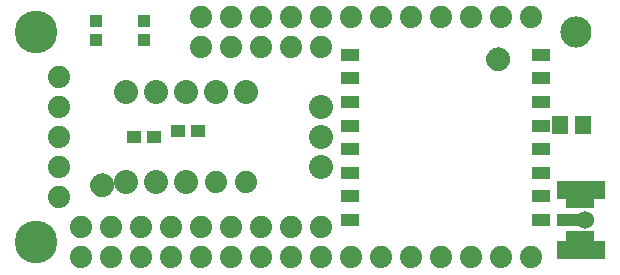
<source format=gbr>
G04 EAGLE Gerber RS-274X export*
G75*
%MOMM*%
%FSLAX34Y34*%
%LPD*%
%INSoldermask Top*%
%IPPOS*%
%AMOC8*
5,1,8,0,0,1.08239X$1,22.5*%
G01*
%ADD10C,2.641600*%
%ADD11C,1.879600*%
%ADD12R,1.001600X1.001600*%
%ADD13R,1.341600X1.601600*%
%ADD14R,1.601600X1.101600*%
%ADD15R,1.201600X1.101600*%
%ADD16R,4.165600X1.625600*%
%ADD17R,2.133600X1.117600*%
%ADD18R,2.336800X0.914400*%
%ADD19C,2.032000*%
%ADD20C,3.617600*%
%ADD21C,1.101600*%
%ADD22C,0.500000*%
%ADD23C,1.524000*%


D10*
X482600Y203200D03*
D11*
X165100Y215900D03*
X190500Y215900D03*
X215900Y215900D03*
X241300Y215900D03*
X266700Y215900D03*
X292100Y215900D03*
X317500Y215900D03*
X342900Y215900D03*
X368300Y215900D03*
X393700Y215900D03*
X419100Y215900D03*
X444500Y215900D03*
X165100Y12700D03*
X190500Y12700D03*
X215900Y12700D03*
X241300Y12700D03*
X266700Y12700D03*
X292100Y12700D03*
X317500Y12700D03*
X342900Y12700D03*
X368300Y12700D03*
X393700Y12700D03*
X419100Y12700D03*
X444500Y12700D03*
X139700Y12700D03*
X114300Y12700D03*
X88900Y12700D03*
X63500Y12700D03*
D12*
X117020Y212470D03*
X117020Y196470D03*
X76020Y196470D03*
X76020Y212470D03*
D13*
X469290Y124460D03*
X488290Y124460D03*
D14*
X453110Y44300D03*
X453110Y64300D03*
X453110Y84300D03*
X453110Y104300D03*
X453110Y124300D03*
X453110Y144300D03*
X453110Y164300D03*
X453110Y184300D03*
X291110Y184300D03*
X291110Y164300D03*
X291110Y144300D03*
X291110Y124300D03*
X291110Y104300D03*
X291110Y84300D03*
X291110Y64300D03*
X291110Y44300D03*
D15*
X162170Y119380D03*
X145170Y119380D03*
D16*
X486410Y19050D03*
X486410Y69850D03*
D17*
X476250Y44450D03*
D18*
X486156Y30496D03*
X486156Y58404D03*
D11*
X266700Y38100D03*
X241300Y38100D03*
X215900Y38100D03*
X190500Y38100D03*
X165100Y38100D03*
X139700Y38100D03*
X114300Y38100D03*
X88900Y38100D03*
X63500Y38100D03*
X165100Y190500D03*
X190500Y190500D03*
X215900Y190500D03*
X241300Y190500D03*
X266700Y190500D03*
X44450Y165100D03*
X44450Y139700D03*
X44450Y114300D03*
X44450Y88900D03*
X44450Y63500D03*
D19*
X266700Y139700D03*
X266700Y114300D03*
X266700Y88900D03*
X101600Y76200D03*
X127000Y76200D03*
X152400Y76200D03*
X101600Y152400D03*
X127000Y152400D03*
X152400Y152400D03*
X177800Y152400D03*
X203200Y152400D03*
D11*
X177800Y76200D03*
X203200Y76200D03*
D15*
X125340Y114300D03*
X108340Y114300D03*
D20*
X25400Y25400D03*
X25400Y203200D03*
D21*
X81280Y73660D03*
D22*
X81280Y81160D02*
X81099Y81158D01*
X80918Y81151D01*
X80737Y81140D01*
X80556Y81125D01*
X80376Y81105D01*
X80196Y81081D01*
X80017Y81053D01*
X79839Y81020D01*
X79662Y80983D01*
X79485Y80942D01*
X79310Y80897D01*
X79135Y80847D01*
X78962Y80793D01*
X78791Y80735D01*
X78620Y80673D01*
X78452Y80606D01*
X78285Y80536D01*
X78119Y80462D01*
X77956Y80383D01*
X77795Y80301D01*
X77635Y80215D01*
X77478Y80125D01*
X77323Y80031D01*
X77170Y79934D01*
X77020Y79832D01*
X76872Y79728D01*
X76726Y79619D01*
X76584Y79508D01*
X76444Y79392D01*
X76307Y79274D01*
X76172Y79152D01*
X76041Y79027D01*
X75913Y78899D01*
X75788Y78768D01*
X75666Y78633D01*
X75548Y78496D01*
X75432Y78356D01*
X75321Y78214D01*
X75212Y78068D01*
X75108Y77920D01*
X75006Y77770D01*
X74909Y77617D01*
X74815Y77462D01*
X74725Y77305D01*
X74639Y77145D01*
X74557Y76984D01*
X74478Y76821D01*
X74404Y76655D01*
X74334Y76488D01*
X74267Y76320D01*
X74205Y76149D01*
X74147Y75978D01*
X74093Y75805D01*
X74043Y75630D01*
X73998Y75455D01*
X73957Y75278D01*
X73920Y75101D01*
X73887Y74923D01*
X73859Y74744D01*
X73835Y74564D01*
X73815Y74384D01*
X73800Y74203D01*
X73789Y74022D01*
X73782Y73841D01*
X73780Y73660D01*
X81280Y81160D02*
X81461Y81158D01*
X81642Y81151D01*
X81823Y81140D01*
X82004Y81125D01*
X82184Y81105D01*
X82364Y81081D01*
X82543Y81053D01*
X82721Y81020D01*
X82898Y80983D01*
X83075Y80942D01*
X83250Y80897D01*
X83425Y80847D01*
X83598Y80793D01*
X83769Y80735D01*
X83940Y80673D01*
X84108Y80606D01*
X84275Y80536D01*
X84441Y80462D01*
X84604Y80383D01*
X84765Y80301D01*
X84925Y80215D01*
X85082Y80125D01*
X85237Y80031D01*
X85390Y79934D01*
X85540Y79832D01*
X85688Y79728D01*
X85834Y79619D01*
X85976Y79508D01*
X86116Y79392D01*
X86253Y79274D01*
X86388Y79152D01*
X86519Y79027D01*
X86647Y78899D01*
X86772Y78768D01*
X86894Y78633D01*
X87012Y78496D01*
X87128Y78356D01*
X87239Y78214D01*
X87348Y78068D01*
X87452Y77920D01*
X87554Y77770D01*
X87651Y77617D01*
X87745Y77462D01*
X87835Y77305D01*
X87921Y77145D01*
X88003Y76984D01*
X88082Y76821D01*
X88156Y76655D01*
X88226Y76488D01*
X88293Y76320D01*
X88355Y76149D01*
X88413Y75978D01*
X88467Y75805D01*
X88517Y75630D01*
X88562Y75455D01*
X88603Y75278D01*
X88640Y75101D01*
X88673Y74923D01*
X88701Y74744D01*
X88725Y74564D01*
X88745Y74384D01*
X88760Y74203D01*
X88771Y74022D01*
X88778Y73841D01*
X88780Y73660D01*
X88778Y73479D01*
X88771Y73298D01*
X88760Y73117D01*
X88745Y72936D01*
X88725Y72756D01*
X88701Y72576D01*
X88673Y72397D01*
X88640Y72219D01*
X88603Y72042D01*
X88562Y71865D01*
X88517Y71690D01*
X88467Y71515D01*
X88413Y71342D01*
X88355Y71171D01*
X88293Y71000D01*
X88226Y70832D01*
X88156Y70665D01*
X88082Y70499D01*
X88003Y70336D01*
X87921Y70175D01*
X87835Y70015D01*
X87745Y69858D01*
X87651Y69703D01*
X87554Y69550D01*
X87452Y69400D01*
X87348Y69252D01*
X87239Y69106D01*
X87128Y68964D01*
X87012Y68824D01*
X86894Y68687D01*
X86772Y68552D01*
X86647Y68421D01*
X86519Y68293D01*
X86388Y68168D01*
X86253Y68046D01*
X86116Y67928D01*
X85976Y67812D01*
X85834Y67701D01*
X85688Y67592D01*
X85540Y67488D01*
X85390Y67386D01*
X85237Y67289D01*
X85082Y67195D01*
X84925Y67105D01*
X84765Y67019D01*
X84604Y66937D01*
X84441Y66858D01*
X84275Y66784D01*
X84108Y66714D01*
X83940Y66647D01*
X83769Y66585D01*
X83598Y66527D01*
X83425Y66473D01*
X83250Y66423D01*
X83075Y66378D01*
X82898Y66337D01*
X82721Y66300D01*
X82543Y66267D01*
X82364Y66239D01*
X82184Y66215D01*
X82004Y66195D01*
X81823Y66180D01*
X81642Y66169D01*
X81461Y66162D01*
X81280Y66160D01*
X81099Y66162D01*
X80918Y66169D01*
X80737Y66180D01*
X80556Y66195D01*
X80376Y66215D01*
X80196Y66239D01*
X80017Y66267D01*
X79839Y66300D01*
X79662Y66337D01*
X79485Y66378D01*
X79310Y66423D01*
X79135Y66473D01*
X78962Y66527D01*
X78791Y66585D01*
X78620Y66647D01*
X78452Y66714D01*
X78285Y66784D01*
X78119Y66858D01*
X77956Y66937D01*
X77795Y67019D01*
X77635Y67105D01*
X77478Y67195D01*
X77323Y67289D01*
X77170Y67386D01*
X77020Y67488D01*
X76872Y67592D01*
X76726Y67701D01*
X76584Y67812D01*
X76444Y67928D01*
X76307Y68046D01*
X76172Y68168D01*
X76041Y68293D01*
X75913Y68421D01*
X75788Y68552D01*
X75666Y68687D01*
X75548Y68824D01*
X75432Y68964D01*
X75321Y69106D01*
X75212Y69252D01*
X75108Y69400D01*
X75006Y69550D01*
X74909Y69703D01*
X74815Y69858D01*
X74725Y70015D01*
X74639Y70175D01*
X74557Y70336D01*
X74478Y70499D01*
X74404Y70665D01*
X74334Y70832D01*
X74267Y71000D01*
X74205Y71171D01*
X74147Y71342D01*
X74093Y71515D01*
X74043Y71690D01*
X73998Y71865D01*
X73957Y72042D01*
X73920Y72219D01*
X73887Y72397D01*
X73859Y72576D01*
X73835Y72756D01*
X73815Y72936D01*
X73800Y73117D01*
X73789Y73298D01*
X73782Y73479D01*
X73780Y73660D01*
D21*
X416560Y180340D03*
D22*
X416560Y187840D02*
X416379Y187838D01*
X416198Y187831D01*
X416017Y187820D01*
X415836Y187805D01*
X415656Y187785D01*
X415476Y187761D01*
X415297Y187733D01*
X415119Y187700D01*
X414942Y187663D01*
X414765Y187622D01*
X414590Y187577D01*
X414415Y187527D01*
X414242Y187473D01*
X414071Y187415D01*
X413900Y187353D01*
X413732Y187286D01*
X413565Y187216D01*
X413399Y187142D01*
X413236Y187063D01*
X413075Y186981D01*
X412915Y186895D01*
X412758Y186805D01*
X412603Y186711D01*
X412450Y186614D01*
X412300Y186512D01*
X412152Y186408D01*
X412006Y186299D01*
X411864Y186188D01*
X411724Y186072D01*
X411587Y185954D01*
X411452Y185832D01*
X411321Y185707D01*
X411193Y185579D01*
X411068Y185448D01*
X410946Y185313D01*
X410828Y185176D01*
X410712Y185036D01*
X410601Y184894D01*
X410492Y184748D01*
X410388Y184600D01*
X410286Y184450D01*
X410189Y184297D01*
X410095Y184142D01*
X410005Y183985D01*
X409919Y183825D01*
X409837Y183664D01*
X409758Y183501D01*
X409684Y183335D01*
X409614Y183168D01*
X409547Y183000D01*
X409485Y182829D01*
X409427Y182658D01*
X409373Y182485D01*
X409323Y182310D01*
X409278Y182135D01*
X409237Y181958D01*
X409200Y181781D01*
X409167Y181603D01*
X409139Y181424D01*
X409115Y181244D01*
X409095Y181064D01*
X409080Y180883D01*
X409069Y180702D01*
X409062Y180521D01*
X409060Y180340D01*
X416560Y187840D02*
X416741Y187838D01*
X416922Y187831D01*
X417103Y187820D01*
X417284Y187805D01*
X417464Y187785D01*
X417644Y187761D01*
X417823Y187733D01*
X418001Y187700D01*
X418178Y187663D01*
X418355Y187622D01*
X418530Y187577D01*
X418705Y187527D01*
X418878Y187473D01*
X419049Y187415D01*
X419220Y187353D01*
X419388Y187286D01*
X419555Y187216D01*
X419721Y187142D01*
X419884Y187063D01*
X420045Y186981D01*
X420205Y186895D01*
X420362Y186805D01*
X420517Y186711D01*
X420670Y186614D01*
X420820Y186512D01*
X420968Y186408D01*
X421114Y186299D01*
X421256Y186188D01*
X421396Y186072D01*
X421533Y185954D01*
X421668Y185832D01*
X421799Y185707D01*
X421927Y185579D01*
X422052Y185448D01*
X422174Y185313D01*
X422292Y185176D01*
X422408Y185036D01*
X422519Y184894D01*
X422628Y184748D01*
X422732Y184600D01*
X422834Y184450D01*
X422931Y184297D01*
X423025Y184142D01*
X423115Y183985D01*
X423201Y183825D01*
X423283Y183664D01*
X423362Y183501D01*
X423436Y183335D01*
X423506Y183168D01*
X423573Y183000D01*
X423635Y182829D01*
X423693Y182658D01*
X423747Y182485D01*
X423797Y182310D01*
X423842Y182135D01*
X423883Y181958D01*
X423920Y181781D01*
X423953Y181603D01*
X423981Y181424D01*
X424005Y181244D01*
X424025Y181064D01*
X424040Y180883D01*
X424051Y180702D01*
X424058Y180521D01*
X424060Y180340D01*
X424058Y180159D01*
X424051Y179978D01*
X424040Y179797D01*
X424025Y179616D01*
X424005Y179436D01*
X423981Y179256D01*
X423953Y179077D01*
X423920Y178899D01*
X423883Y178722D01*
X423842Y178545D01*
X423797Y178370D01*
X423747Y178195D01*
X423693Y178022D01*
X423635Y177851D01*
X423573Y177680D01*
X423506Y177512D01*
X423436Y177345D01*
X423362Y177179D01*
X423283Y177016D01*
X423201Y176855D01*
X423115Y176695D01*
X423025Y176538D01*
X422931Y176383D01*
X422834Y176230D01*
X422732Y176080D01*
X422628Y175932D01*
X422519Y175786D01*
X422408Y175644D01*
X422292Y175504D01*
X422174Y175367D01*
X422052Y175232D01*
X421927Y175101D01*
X421799Y174973D01*
X421668Y174848D01*
X421533Y174726D01*
X421396Y174608D01*
X421256Y174492D01*
X421114Y174381D01*
X420968Y174272D01*
X420820Y174168D01*
X420670Y174066D01*
X420517Y173969D01*
X420362Y173875D01*
X420205Y173785D01*
X420045Y173699D01*
X419884Y173617D01*
X419721Y173538D01*
X419555Y173464D01*
X419388Y173394D01*
X419220Y173327D01*
X419049Y173265D01*
X418878Y173207D01*
X418705Y173153D01*
X418530Y173103D01*
X418355Y173058D01*
X418178Y173017D01*
X418001Y172980D01*
X417823Y172947D01*
X417644Y172919D01*
X417464Y172895D01*
X417284Y172875D01*
X417103Y172860D01*
X416922Y172849D01*
X416741Y172842D01*
X416560Y172840D01*
X416379Y172842D01*
X416198Y172849D01*
X416017Y172860D01*
X415836Y172875D01*
X415656Y172895D01*
X415476Y172919D01*
X415297Y172947D01*
X415119Y172980D01*
X414942Y173017D01*
X414765Y173058D01*
X414590Y173103D01*
X414415Y173153D01*
X414242Y173207D01*
X414071Y173265D01*
X413900Y173327D01*
X413732Y173394D01*
X413565Y173464D01*
X413399Y173538D01*
X413236Y173617D01*
X413075Y173699D01*
X412915Y173785D01*
X412758Y173875D01*
X412603Y173969D01*
X412450Y174066D01*
X412300Y174168D01*
X412152Y174272D01*
X412006Y174381D01*
X411864Y174492D01*
X411724Y174608D01*
X411587Y174726D01*
X411452Y174848D01*
X411321Y174973D01*
X411193Y175101D01*
X411068Y175232D01*
X410946Y175367D01*
X410828Y175504D01*
X410712Y175644D01*
X410601Y175786D01*
X410492Y175932D01*
X410388Y176080D01*
X410286Y176230D01*
X410189Y176383D01*
X410095Y176538D01*
X410005Y176695D01*
X409919Y176855D01*
X409837Y177016D01*
X409758Y177179D01*
X409684Y177345D01*
X409614Y177512D01*
X409547Y177680D01*
X409485Y177851D01*
X409427Y178022D01*
X409373Y178195D01*
X409323Y178370D01*
X409278Y178545D01*
X409237Y178722D01*
X409200Y178899D01*
X409167Y179077D01*
X409139Y179256D01*
X409115Y179436D01*
X409095Y179616D01*
X409080Y179797D01*
X409069Y179978D01*
X409062Y180159D01*
X409060Y180340D01*
D23*
X490220Y44450D03*
M02*

</source>
